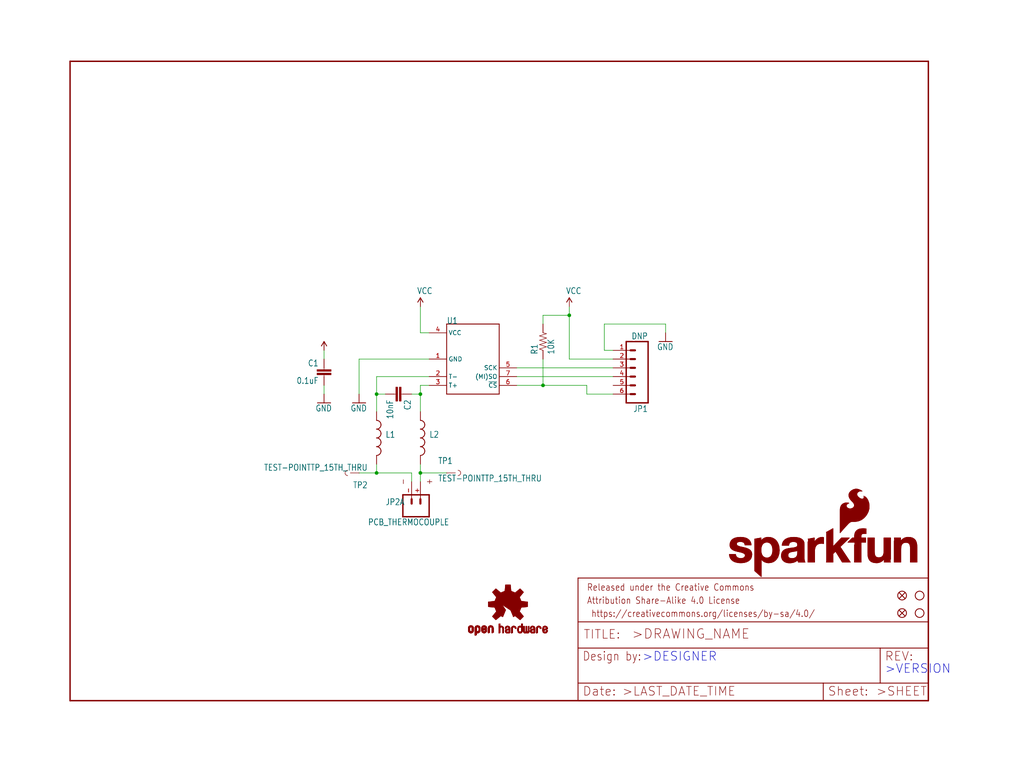
<source format=kicad_sch>
(kicad_sch (version 20211123) (generator eeschema)
  (paper "User" 297.002 223.926)
  (lib_symbols
    (symbol "schematicEagle-eagle-import:0.1UF-25V(+80{slash}-20%)(0603)"
      (property "Reference" "C" (at 1.524 2.921 0))
      (property "Value" "0.1UF-25V(+80{slash}-20%)(0603)" (at 1.524 -2.159 0))
      (symbol "0.1UF-25V(+80{slash}-20%)(0603)_1_0"
        (pin passive line (at 0 5.08 270) (length 2.54) (name "1") (number "1"))
        (pin passive line (at 0 -2.54 90) (length 2.54) (name "2") (number "2"))
      )
    )
    (symbol "schematicEagle-eagle-import:10KOHM-1{slash}10W-1%(0603)0603"
      (property "Reference" "R" (at -3.81 1.4986 0))
      (property "Value" "10KOHM-1{slash}10W-1%(0603)0603" (at -3.81 -3.302 0))
      (symbol "10KOHM-1{slash}10W-1%(0603)0603_1_0"
        (pin passive line (at -5.08 0 0) (length 2.54) (name "1") (number "1"))
        (pin passive line (at 5.08 0 180) (length 2.54) (name "2") (number "2"))
      )
    )
    (symbol "schematicEagle-eagle-import:10NF{slash}10000PF-50V-10%(0603)"
      (property "Reference" "C" (at 1.524 2.921 0))
      (property "Value" "10NF{slash}10000PF-50V-10%(0603)" (at 1.524 -2.159 0))
      (symbol "10NF{slash}10000PF-50V-10%(0603)_1_0"
        (pin passive line (at 0 5.08 270) (length 2.54) (name "1") (number "1"))
        (pin passive line (at 0 -2.54 90) (length 2.54) (name "2") (number "2"))
      )
    )
    (symbol "schematicEagle-eagle-import:FIDUCIAL1X2")
    (symbol "schematicEagle-eagle-import:FRAME-LETTER"
      (symbol "FRAME-LETTER_2_0"
        (text " https://creativecommons.org/licenses/by-sa/4.0/" (at 2.54 24.13 0) (effects (font (size 1.9304 1.6408)) (justify left bottom)))
        (text ">DRAWING_NAME" (at 15.494 17.78 0) (effects (font (size 2.7432 2.7432)) (justify left bottom)))
        (text ">LAST_DATE_TIME" (at 12.7 1.27 0) (effects (font (size 2.54 2.54)) (justify left bottom)))
        (text ">SHEET" (at 86.36 1.27 0) (effects (font (size 2.54 2.54)) (justify left bottom)))
        (text "Attribution Share-Alike 4.0 License" (at 2.54 27.94 0) (effects (font (size 1.9304 1.6408)) (justify left bottom)))
        (text "Date:" (at 1.27 1.27 0) (effects (font (size 2.54 2.54)) (justify left bottom)))
        (text "Design by:" (at 1.27 11.43 0) (effects (font (size 2.54 2.159)) (justify left bottom)))
        (text "Released under the Creative Commons" (at 2.54 31.75 0) (effects (font (size 1.9304 1.6408)) (justify left bottom)))
        (text "REV:" (at 88.9 11.43 0) (effects (font (size 2.54 2.54)) (justify left bottom)))
        (text "Sheet:" (at 72.39 1.27 0) (effects (font (size 2.54 2.54)) (justify left bottom)))
        (text "TITLE:" (at 1.524 17.78 0) (effects (font (size 2.54 2.54)) (justify left bottom)))
      )
    )
    (symbol "schematicEagle-eagle-import:GND" (power)
      (property "Value" "GND" (at -2.54 -2.54 0))
      (symbol "GND_1_0"
        (pin power_in line (at 0 2.54 270) (length 2.54) (name "GND") (number "1"))
      )
    )
    (symbol "schematicEagle-eagle-import:INDUCTOR0603"
      (property "Reference" "L" (at 2.54 5.08 0))
      (property "Value" "INDUCTOR0603" (at 2.54 -5.08 0))
      (symbol "INDUCTOR0603_1_0"
        (pin passive line (at 0 7.62 270) (length 2.54) (name "1") (number "1"))
        (pin passive line (at 0 -7.62 90) (length 2.54) (name "2") (number "2"))
      )
    )
    (symbol "schematicEagle-eagle-import:M06SILK_FEMALE_PTH"
      (property "Reference" "JP" (at -5.08 10.922 0))
      (property "Value" "M06SILK_FEMALE_PTH" (at -5.08 -10.16 0))
      (symbol "M06SILK_FEMALE_PTH_1_0"
        (pin passive line (at 5.08 -5.08 180) (length 5.08) (name "1") (number "1"))
        (pin passive line (at 5.08 -2.54 180) (length 5.08) (name "2") (number "2"))
        (pin passive line (at 5.08 0 180) (length 5.08) (name "3") (number "3"))
        (pin passive line (at 5.08 2.54 180) (length 5.08) (name "4") (number "4"))
        (pin passive line (at 5.08 5.08 180) (length 5.08) (name "5") (number "5"))
        (pin passive line (at 5.08 7.62 180) (length 5.08) (name "6") (number "6"))
      )
    )
    (symbol "schematicEagle-eagle-import:MAX31855K"
      (property "Reference" "U" (at -7.62 10.16 0))
      (property "Value" "MAX31855K" (at -7.62 -12.7 0))
      (symbol "MAX31855K_1_0"
        (pin bidirectional line (at -12.7 0 0) (length 5.08) (name "GND") (number "1"))
        (pin bidirectional line (at -12.7 -5.08 0) (length 5.08) (name "T-") (number "2"))
        (pin bidirectional line (at -12.7 -7.62 0) (length 5.08) (name "T+") (number "3"))
        (pin bidirectional line (at -12.7 7.62 0) (length 5.08) (name "VCC") (number "4"))
        (pin bidirectional line (at 12.7 -2.54 180) (length 5.08) (name "SCK") (number "5"))
        (pin bidirectional line (at 12.7 -7.62 180) (length 5.08) (name "~{CS}") (number "6"))
        (pin bidirectional line (at 12.7 -5.08 180) (length 5.08) (name "(MI)SO") (number "7"))
      )
    )
    (symbol "schematicEagle-eagle-import:OSHW-LOGOS")
    (symbol "schematicEagle-eagle-import:PCB_THERMOCOUPLE"
      (property "Reference" "JP" (at -1.27 0 90))
      (property "Value" "PCB_THERMOCOUPLE" (at 5.715 0 90))
      (symbol "PCB_THERMOCOUPLE_1_0"
        (text "+" (at 5.08 -5.08 0) (effects (font (size 1.778 1.5113))))
        (text "-" (at 5.08 2.54 0) (effects (font (size 1.778 1.5113))))
        (pin passive line (at 5.08 -2.54 180) (length 5.08) (name "+") (number "+"))
        (pin passive line (at 5.08 0 180) (length 5.08) (name "-") (number "-"))
      )
      (symbol "PCB_THERMOCOUPLE_2_0"
        (pin passive line (at 0 -2.54 90) (length 2.54) (name "1") (number "CLIP1"))
        (pin passive line (at 2.54 -2.54 90) (length 2.54) (name "2") (number "CLIP2"))
      )
    )
    (symbol "schematicEagle-eagle-import:SFE_LOGO_NAME_FLAME.1_INCH")
    (symbol "schematicEagle-eagle-import:STAND-OFF")
    (symbol "schematicEagle-eagle-import:TEST-POINTTP_15TH_THRU"
      (property "Reference" "TP" (at -2.54 2.54 0))
      (property "Value" "TEST-POINTTP_15TH_THRU" (at -2.54 -2.54 0))
      (symbol "TEST-POINTTP_15TH_THRU_1_0"
        (pin bidirectional line (at 0 0 180) (length 0) (name "1") (number "P$1"))
      )
    )
    (symbol "schematicEagle-eagle-import:VCC" (power)
      (property "Value" "VCC" (at -1.016 3.556 0))
      (symbol "VCC_1_0"
        (pin power_in line (at 0 0 90) (length 2.54) (name "VCC") (number "1"))
      )
    )
  )
  (junction (at 157.48 111.76))
  (junction (at 109.22 137.16))
  (junction (at 121.92 137.16))
  (junction (at 121.92 114.3))
  (junction (at 165.1 91.44))
  (junction (at 109.22 114.3))
  (wire (pts (xy 93.98 101.6) (xy 93.98 104.14)))
  (wire (pts (xy 177.8 101.6) (xy 175.26 101.6)))
  (wire (pts (xy 170.18 114.3) (xy 170.18 111.76)))
  (wire (pts (xy 177.8 114.3) (xy 170.18 114.3)))
  (wire (pts (xy 109.22 134.62) (xy 109.22 137.16)))
  (wire (pts (xy 149.86 109.22) (xy 177.8 109.22)))
  (wire (pts (xy 121.92 96.52) (xy 124.46 96.52)))
  (wire (pts (xy 93.98 114.3) (xy 93.98 111.76)))
  (wire (pts (xy 109.22 137.16) (xy 119.38 137.16)))
  (wire (pts (xy 165.1 91.44) (xy 165.1 104.14)))
  (wire (pts (xy 121.92 137.16) (xy 121.92 139.7)))
  (wire (pts (xy 119.38 137.16) (xy 119.38 139.7)))
  (wire (pts (xy 149.86 106.68) (xy 177.8 106.68)))
  (wire (pts (xy 175.26 93.98) (xy 193.04 93.98)))
  (wire (pts (xy 124.46 111.76) (xy 121.92 111.76)))
  (wire (pts (xy 109.22 109.22) (xy 109.22 114.3)))
  (wire (pts (xy 124.46 109.22) (xy 109.22 109.22)))
  (wire (pts (xy 121.92 134.62) (xy 121.92 137.16)))
  (wire (pts (xy 104.14 114.3) (xy 104.14 104.14)))
  (wire (pts (xy 121.92 111.76) (xy 121.92 114.3)))
  (wire (pts (xy 121.92 88.9) (xy 121.92 96.52)))
  (wire (pts (xy 175.26 101.6) (xy 175.26 93.98)))
  (wire (pts (xy 157.48 111.76) (xy 170.18 111.76)))
  (wire (pts (xy 129.54 137.16) (xy 121.92 137.16)))
  (wire (pts (xy 193.04 93.98) (xy 193.04 96.52)))
  (wire (pts (xy 104.14 137.16) (xy 109.22 137.16)))
  (wire (pts (xy 121.92 114.3) (xy 119.38 114.3)))
  (wire (pts (xy 124.46 104.14) (xy 104.14 104.14)))
  (wire (pts (xy 111.76 114.3) (xy 109.22 114.3)))
  (wire (pts (xy 109.22 114.3) (xy 109.22 119.38)))
  (wire (pts (xy 121.92 114.3) (xy 121.92 119.38)))
  (wire (pts (xy 157.48 104.14) (xy 157.48 111.76)))
  (wire (pts (xy 149.86 111.76) (xy 157.48 111.76)))
  (wire (pts (xy 165.1 88.9) (xy 165.1 91.44)))
  (wire (pts (xy 157.48 93.98) (xy 157.48 91.44)))
  (wire (pts (xy 157.48 91.44) (xy 165.1 91.44)))
  (wire (pts (xy 177.8 104.14) (xy 165.1 104.14)))
  (text ">VERSION" (at 256.54 195.58 180) (effects (font (size 2.54 2.54)) (justify left bottom)))
  (text ">DESIGNER" (at 186.182 192.024 180) (effects (font (size 2.54 2.54)) (justify left bottom)))
  (symbol (lib_id "schematicEagle-eagle-import:TEST-POINTTP_15TH_THRU") (at 104.14 137.16 180) (unit 1)
    (property "Reference" "TP2" (at 106.68 139.7 0) (effects (font (size 1.778 1.5113)) (justify left bottom)))
    (property "Value" "TEST-POINTTP_15TH_THRU" (at 106.68 134.62 0) (effects (font (size 1.778 1.5113)) (justify left bottom)))
    (property "Footprint" "schematicEagle:TP_15TH" (effects hide))
  )
  (symbol (lib_id "schematicEagle-eagle-import:OSHW-LOGOS") (at 147.32 175.26 0) (unit 1)
    (property "Reference" "LOGO1" (effects hide))
    (property "Value" "OSHW-LOGOS" (effects hide))
    (property "Footprint" "schematicEagle:OSHW-LOGO-S" (effects hide))
  )
  (symbol (lib_id "schematicEagle-eagle-import:TEST-POINTTP_15TH_THRU") (at 129.54 137.16 0) (unit 1)
    (property "Reference" "TP1" (at 127 134.62 0) (effects (font (size 1.778 1.5113)) (justify left bottom)))
    (property "Value" "TEST-POINTTP_15TH_THRU" (at 127 139.7 0) (effects (font (size 1.778 1.5113)) (justify left bottom)))
    (property "Footprint" "schematicEagle:TP_15TH" (effects hide))
  )
  (symbol (lib_id "schematicEagle-eagle-import:MAX31855K") (at 137.16 104.14 0) (unit 1)
    (property "Reference" "U1" (at 129.54 93.98 0) (effects (font (size 1.778 1.5113)) (justify left bottom)))
    (property "Value" "MAX31855K" (at 129.54 116.84 0) (effects (font (size 1.778 1.5113)) (justify left bottom)))
    (property "Footprint" "schematicEagle:SOIC8" (effects hide))
    (property "Value" "MAX31855K" (effects hide))
  )
  (symbol (lib_id "schematicEagle-eagle-import:GND") (at 93.98 116.84 0) (unit 1)
    (property "Reference" "#GND2" (effects hide))
    (property "Value" "GND" (at 91.44 119.38 0) (effects (font (size 1.778 1.5113)) (justify left bottom)))
    (property "Footprint" "schematicEagle:" (effects hide))
  )
  (symbol (lib_id "schematicEagle-eagle-import:FRAME-LETTER") (at 167.64 203.2 0) (unit 2)
    (property "Reference" "FRAME1" (effects hide))
    (property "Value" ">VERSION" (effects hide))
    (property "Footprint" "schematicEagle:CREATIVE_COMMONS" (effects hide))
    (property "Value" ">VERSION" (effects hide))
  )
  (symbol (lib_id "schematicEagle-eagle-import:STAND-OFF") (at 266.7 177.8 0) (unit 1)
    (property "Reference" "STANDOFF4" (effects hide))
    (property "Value" "STAND-OFF" (effects hide))
    (property "Footprint" "schematicEagle:STAND-OFF" (effects hide))
  )
  (symbol (lib_id "schematicEagle-eagle-import:GND") (at 104.14 116.84 0) (unit 1)
    (property "Reference" "#GND3" (effects hide))
    (property "Value" "GND" (at 101.6 119.38 0) (effects (font (size 1.778 1.5113)) (justify left bottom)))
    (property "Footprint" "schematicEagle:" (effects hide))
  )
  (symbol (lib_id "schematicEagle-eagle-import:PCB_THERMOCOUPLE") (at 119.38 144.78 90) (unit 1)
    (property "Reference" "JP2" (at 111.76 146.558 90) (effects (font (size 1.778 1.5113)) (justify right top)))
    (property "Value" "PCB_THERMOCOUPLE" (at 106.68 152.4 90) (effects (font (size 1.778 1.5113)) (justify right top)))
    (property "Footprint" "schematicEagle:PCC-SMP" (effects hide))
  )
  (symbol (lib_id "schematicEagle-eagle-import:OSHW-LOGOS") (at 147.32 175.26 0) (unit 1)
    (property "Reference" "LOGO4" (effects hide))
    (property "Value" "OSHW-LOGOS" (effects hide))
    (property "Footprint" "schematicEagle:OSHW-LOGO-S" (effects hide))
  )
  (symbol (lib_id "schematicEagle-eagle-import:VCC") (at 93.98 101.6 0) (unit 1)
    (property "Reference" "#SUPPLY2" (effects hide))
    (property "Value" "VCC" (at 92.964 98.044 0) (effects (font (size 1.778 1.5113)) (justify left bottom)))
    (property "Footprint" "schematicEagle:" (effects hide))
    (property "Value" "VCC" (effects hide))
  )
  (symbol (lib_id "schematicEagle-eagle-import:10KOHM-1{slash}10W-1%(0603)0603") (at 157.48 99.06 90) (unit 1)
    (property "Reference" "R1" (at 155.9814 102.87 0) (effects (font (size 1.778 1.5113)) (justify left bottom)))
    (property "Value" "10K" (at 160.782 102.87 0) (effects (font (size 1.778 1.5113)) (justify left bottom)))
    (property "Footprint" "schematicEagle:0603-RES" (effects hide))
  )
  (symbol (lib_id "schematicEagle-eagle-import:INDUCTOR0603") (at 121.92 127 0) (unit 1)
    (property "Reference" "L2" (at 124.46 127 0) (effects (font (size 1.778 1.5113)) (justify left bottom)))
    (property "Value" "470OHM" (at 124.46 132.08 0) (effects (font (size 1.778 1.5113)) (justify left bottom)))
    (property "Footprint" "schematicEagle:0603" (effects hide))
    (property "Value" "470OHM" (effects hide))
  )
  (symbol (lib_id "schematicEagle-eagle-import:M06SILK_FEMALE_PTH") (at 182.88 106.68 180) (unit 1)
    (property "Reference" "JP1" (at 187.96 117.602 0) (effects (font (size 1.778 1.5113)) (justify left bottom)))
    (property "Value" "DNP" (at 187.96 96.52 0) (effects (font (size 1.778 1.5113)) (justify left bottom)))
    (property "Footprint" "schematicEagle:1X06" (effects hide))
  )
  (symbol (lib_id "schematicEagle-eagle-import:INDUCTOR0603") (at 109.22 127 0) (unit 1)
    (property "Reference" "L1" (at 111.76 127 0) (effects (font (size 1.778 1.5113)) (justify left bottom)))
    (property "Value" "470OHM" (at 111.76 132.08 0) (effects (font (size 1.778 1.5113)) (justify left bottom)))
    (property "Footprint" "schematicEagle:0603" (effects hide))
    (property "Value" "470OHM" (effects hide))
  )
  (symbol (lib_id "schematicEagle-eagle-import:FRAME-LETTER") (at 20.32 203.2 0) (unit 1)
    (property "Reference" "FRAME1" (effects hide))
    (property "Value" ">VERSION" (effects hide))
    (property "Footprint" "schematicEagle:CREATIVE_COMMONS" (effects hide))
    (property "Value" ">VERSION" (effects hide))
  )
  (symbol (lib_id "schematicEagle-eagle-import:FIDUCIAL1X2") (at 261.62 177.8 0) (unit 1)
    (property "Reference" "FID2" (effects hide))
    (property "Value" "FIDUCIAL1X2" (effects hide))
    (property "Footprint" "schematicEagle:FIDUCIAL-1X2" (effects hide))
  )
  (symbol (lib_id "schematicEagle-eagle-import:SFE_LOGO_NAME_FLAME.1_INCH") (at 210.82 167.64 0) (unit 1)
    (property "Reference" "LOGO2" (effects hide))
    (property "Value" "SFE_LOGO_NAME_FLAME.1_INCH" (effects hide))
    (property "Footprint" "schematicEagle:SFE_LOGO_NAME_FLAME_.1" (effects hide))
  )
  (symbol (lib_id "schematicEagle-eagle-import:10NF{slash}10000PF-50V-10%(0603)") (at 114.3 114.3 270) (unit 1)
    (property "Reference" "C2" (at 117.221 115.824 0) (effects (font (size 1.778 1.5113)) (justify left bottom)))
    (property "Value" "10nF" (at 112.141 115.824 0) (effects (font (size 1.778 1.5113)) (justify left bottom)))
    (property "Footprint" "schematicEagle:0603-CAP" (effects hide))
  )
  (symbol (lib_id "schematicEagle-eagle-import:SFE_LOGO_NAME_FLAME.1_INCH") (at 210.82 167.64 0) (unit 1)
    (property "Reference" "LOGO3" (effects hide))
    (property "Value" "SFE_LOGO_NAME_FLAME.1_INCH" (effects hide))
    (property "Footprint" "schematicEagle:SFE_LOGO_NAME_FLAME_.1" (effects hide))
  )
  (symbol (lib_id "schematicEagle-eagle-import:GND") (at 193.04 99.06 0) (unit 1)
    (property "Reference" "#GND1" (effects hide))
    (property "Value" "GND" (at 190.5 101.6 0) (effects (font (size 1.778 1.5113)) (justify left bottom)))
    (property "Footprint" "schematicEagle:" (effects hide))
  )
  (symbol (lib_id "schematicEagle-eagle-import:0.1UF-25V(+80{slash}-20%)(0603)") (at 93.98 109.22 0) (mirror y) (unit 1)
    (property "Reference" "C1" (at 92.456 106.299 0) (effects (font (size 1.778 1.5113)) (justify left bottom)))
    (property "Value" "0.1uF" (at 92.456 111.379 0) (effects (font (size 1.778 1.5113)) (justify left bottom)))
    (property "Footprint" "schematicEagle:0603-CAP" (effects hide))
  )
  (symbol (lib_id "schematicEagle-eagle-import:VCC") (at 121.92 88.9 0) (unit 1)
    (property "Reference" "#SUPPLY3" (effects hide))
    (property "Value" "VCC" (at 120.904 85.344 0) (effects (font (size 1.778 1.5113)) (justify left bottom)))
    (property "Footprint" "schematicEagle:" (effects hide))
  )
  (symbol (lib_id "schematicEagle-eagle-import:VCC") (at 165.1 88.9 0) (unit 1)
    (property "Reference" "#SUPPLY1" (effects hide))
    (property "Value" "VCC" (at 164.084 85.344 0) (effects (font (size 1.778 1.5113)) (justify left bottom)))
    (property "Footprint" "schematicEagle:" (effects hide))
  )
  (symbol (lib_id "schematicEagle-eagle-import:STAND-OFF") (at 266.7 172.72 0) (unit 1)
    (property "Reference" "STANDOFF1" (effects hide))
    (property "Value" "STAND-OFF" (effects hide))
    (property "Footprint" "schematicEagle:STAND-OFF" (effects hide))
  )
  (symbol (lib_id "schematicEagle-eagle-import:FIDUCIAL1X2") (at 261.62 172.72 0) (unit 1)
    (property "Reference" "FID1" (effects hide))
    (property "Value" "FIDUCIAL1X2" (effects hide))
    (property "Footprint" "schematicEagle:FIDUCIAL-1X2" (effects hide))
  )
)
</source>
